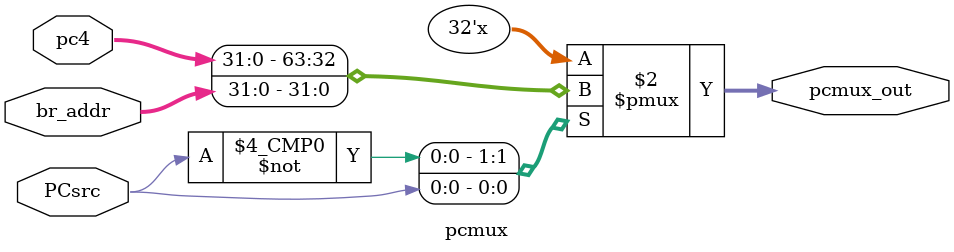
<source format=v>
module pcmux(PCsrc, br_addr, pc4, pcmux_out);

input PCsrc;
input [31:0] br_addr;
input [31:0] pc4;

output reg [31:0] pcmux_out;

always @(*) begin
    
    case(PCsrc)

    1'b0: pcmux_out = pc4;
    1'b1: pcmux_out = br_addr;

    endcase
    
end


endmodule

</source>
